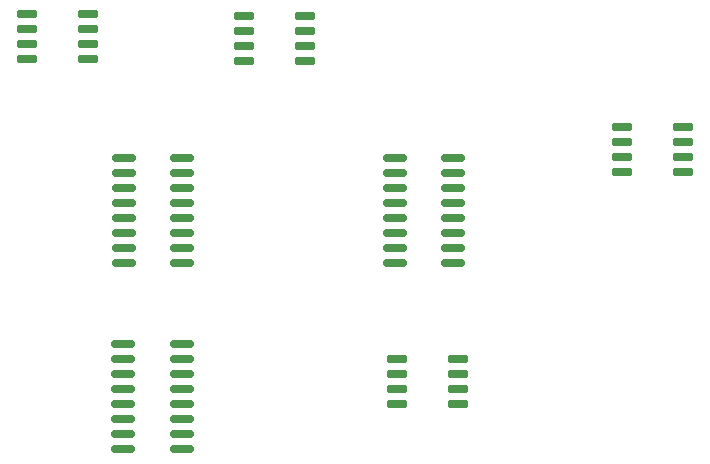
<source format=gtp>
%TF.GenerationSoftware,KiCad,Pcbnew,8.0.8*%
%TF.CreationDate,2025-06-29T12:52:17+09:00*%
%TF.ProjectId,VCFSeparate,56434653-6570-4617-9261-74652e6b6963,rev?*%
%TF.SameCoordinates,Original*%
%TF.FileFunction,Paste,Top*%
%TF.FilePolarity,Positive*%
%FSLAX46Y46*%
G04 Gerber Fmt 4.6, Leading zero omitted, Abs format (unit mm)*
G04 Created by KiCad (PCBNEW 8.0.8) date 2025-06-29 12:52:17*
%MOMM*%
%LPD*%
G01*
G04 APERTURE LIST*
G04 Aperture macros list*
%AMRoundRect*
0 Rectangle with rounded corners*
0 $1 Rounding radius*
0 $2 $3 $4 $5 $6 $7 $8 $9 X,Y pos of 4 corners*
0 Add a 4 corners polygon primitive as box body*
4,1,4,$2,$3,$4,$5,$6,$7,$8,$9,$2,$3,0*
0 Add four circle primitives for the rounded corners*
1,1,$1+$1,$2,$3*
1,1,$1+$1,$4,$5*
1,1,$1+$1,$6,$7*
1,1,$1+$1,$8,$9*
0 Add four rect primitives between the rounded corners*
20,1,$1+$1,$2,$3,$4,$5,0*
20,1,$1+$1,$4,$5,$6,$7,0*
20,1,$1+$1,$6,$7,$8,$9,0*
20,1,$1+$1,$8,$9,$2,$3,0*%
G04 Aperture macros list end*
%ADD10RoundRect,0.150000X-0.725000X-0.150000X0.725000X-0.150000X0.725000X0.150000X-0.725000X0.150000X0*%
%ADD11RoundRect,0.150000X-0.825000X-0.150000X0.825000X-0.150000X0.825000X0.150000X-0.825000X0.150000X0*%
G04 APERTURE END LIST*
D10*
%TO.C,U7*%
X112564000Y-78994000D03*
X112564000Y-80264000D03*
X112564000Y-81534000D03*
X112564000Y-82804000D03*
X117714000Y-82804000D03*
X117714000Y-81534000D03*
X117714000Y-80264000D03*
X117714000Y-78994000D03*
%TD*%
%TO.C,U5*%
X81280000Y-49784000D03*
X81280000Y-51054000D03*
X81280000Y-52324000D03*
X81280000Y-53594000D03*
X86430000Y-53594000D03*
X86430000Y-52324000D03*
X86430000Y-51054000D03*
X86430000Y-49784000D03*
%TD*%
D11*
%TO.C,U3*%
X112395000Y-61976000D03*
X112395000Y-63246000D03*
X112395000Y-64516000D03*
X112395000Y-65786000D03*
X112395000Y-67056000D03*
X112395000Y-68326000D03*
X112395000Y-69596000D03*
X112395000Y-70866000D03*
X117345000Y-70866000D03*
X117345000Y-69596000D03*
X117345000Y-68326000D03*
X117345000Y-67056000D03*
X117345000Y-65786000D03*
X117345000Y-64516000D03*
X117345000Y-63246000D03*
X117345000Y-61976000D03*
%TD*%
%TO.C,U2*%
X89411000Y-77724000D03*
X89411000Y-78994000D03*
X89411000Y-80264000D03*
X89411000Y-81534000D03*
X89411000Y-82804000D03*
X89411000Y-84074000D03*
X89411000Y-85344000D03*
X89411000Y-86614000D03*
X94361000Y-86614000D03*
X94361000Y-85344000D03*
X94361000Y-84074000D03*
X94361000Y-82804000D03*
X94361000Y-81534000D03*
X94361000Y-80264000D03*
X94361000Y-78994000D03*
X94361000Y-77724000D03*
%TD*%
%TO.C,U1*%
X89473000Y-61976000D03*
X89473000Y-63246000D03*
X89473000Y-64516000D03*
X89473000Y-65786000D03*
X89473000Y-67056000D03*
X89473000Y-68326000D03*
X89473000Y-69596000D03*
X89473000Y-70866000D03*
X94423000Y-70866000D03*
X94423000Y-69596000D03*
X94423000Y-68326000D03*
X94423000Y-67056000D03*
X94423000Y-65786000D03*
X94423000Y-64516000D03*
X94423000Y-63246000D03*
X94423000Y-61976000D03*
%TD*%
D10*
%TO.C,U4*%
X99660000Y-49911000D03*
X99660000Y-51181000D03*
X99660000Y-52451000D03*
X99660000Y-53721000D03*
X104810000Y-53721000D03*
X104810000Y-52451000D03*
X104810000Y-51181000D03*
X104810000Y-49911000D03*
%TD*%
%TO.C,U6*%
X131629000Y-59309000D03*
X131629000Y-60579000D03*
X131629000Y-61849000D03*
X131629000Y-63119000D03*
X136779000Y-63119000D03*
X136779000Y-61849000D03*
X136779000Y-60579000D03*
X136779000Y-59309000D03*
%TD*%
M02*

</source>
